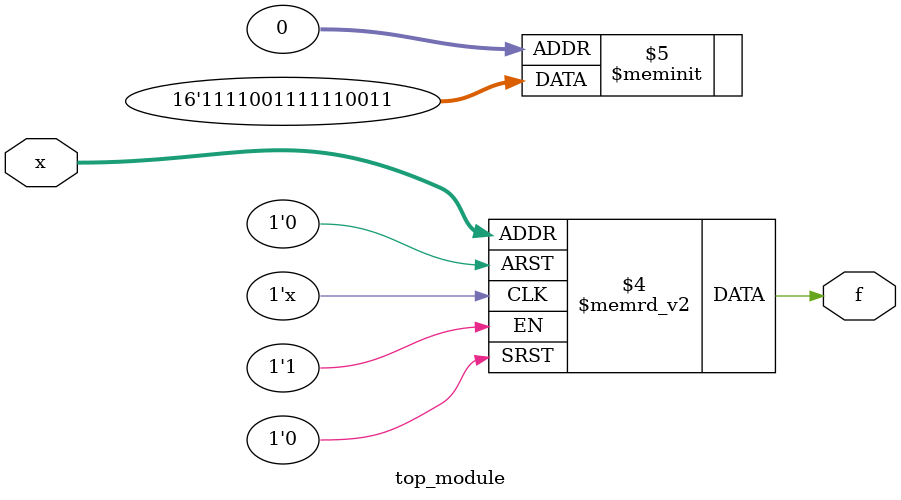
<source format=sv>
module top_module (
    input [4:1] x,
    output logic f
);

always_comb begin
    case (x)
        4'b0001, 4'b0111, 4'b1001, 4'b1101: f = 1'b1;
        4'b0010, 4'b0011, 4'b1010, 4'b1011: f = 1'b0;
        4'b0100, 4'b0110, 4'b1100, 4'b1110: f = 1'b1;
        default: f = 1'b1; // Use don't-care as 1
    endcase
end

endmodule

</source>
